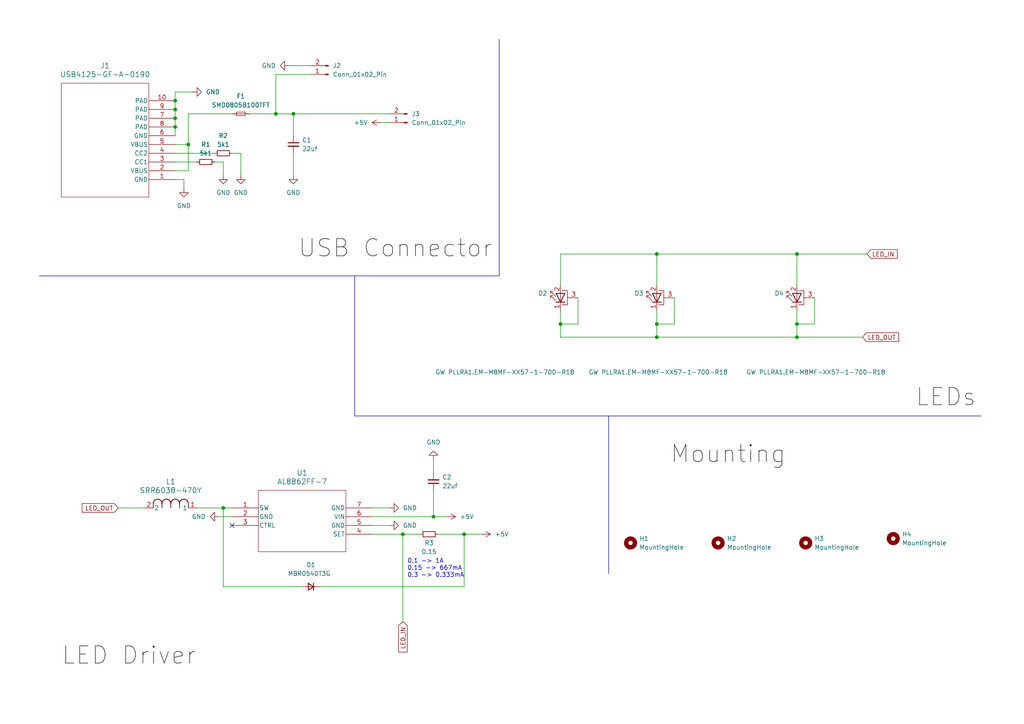
<source format=kicad_sch>
(kicad_sch (version 20230121) (generator eeschema)
  (paper "A4")
  (lib_symbols
    (symbol "AMU-Connectors:USB4125-GF-A-0190" (pin_names (offset 0.254))
      (property "Reference" "J" (at 20.32 10.16 0))
      (property "Value" "USB4125-GF-A-0190" (at 20.32 7.62 0))
      (symbol "USB4125-GF-A-0190_0_1"
        (polyline (pts (xy 7.62 -27.94) (xy 33.02 -27.94)) (stroke (width 0.127)))
        (polyline (pts (xy 7.62 5.08) (xy 7.62 -27.94)) (stroke (width 0.127)))
        (polyline (pts (xy 33.02 -27.94) (xy 33.02 5.08)) (stroke (width 0.127)))
        (polyline (pts (xy 33.02 5.08) (xy 7.62 5.08)) (stroke (width 0.127)))
      )
      (symbol "USB4125-GF-A-0190_1_1"
        (pin power_in line (at 0 0 0) (length 7.62) (name "GND") (number "1"))
        (pin power_in line (at 0 -22.86 0) (length 7.62) (name "PAD") (number "10"))
        (pin power_in line (at 0 -2.54 0) (length 7.62) (name "VBUS") (number "2"))
        (pin open_emitter line (at 0 -5.08 0) (length 7.62) (name "CC1") (number "3"))
        (pin open_emitter line (at 0 -7.62 0) (length 7.62) (name "CC2") (number "4"))
        (pin power_in line (at 0 -10.16 0) (length 7.62) (name "VBUS") (number "5"))
        (pin power_in line (at 0 -12.7 0) (length 7.62) (name "GND") (number "6"))
        (pin power_in line (at 0 -17.78 0) (length 7.62) (name "PAD") (number "7"))
        (pin power_in line (at 0 -15.24 0) (length 7.62) (name "PAD") (number "8"))
        (pin power_in line (at 0 -20.32 0) (length 7.62) (name "PAD") (number "9"))
      )
    )
    (symbol "AMU-Other:AL8862FF-7" (pin_names (offset 0.254))
      (property "Reference" "U" (at 20.32 10.16 0))
      (property "Value" "AL8862FF-7" (at 20.32 7.62 0))
      (symbol "AL8862FF-7_1_1"
        (polyline (pts (xy 7.62 -12.7) (xy 33.02 -12.7)) (stroke (width 0.127)))
        (polyline (pts (xy 7.62 5.08) (xy 7.62 -12.7)) (stroke (width 0.127)))
        (polyline (pts (xy 33.02 -12.7) (xy 33.02 5.08)) (stroke (width 0.127)))
        (polyline (pts (xy 33.02 5.08) (xy 7.62 5.08)) (stroke (width 0.127)))
        (pin unspecified line (at 0 0 0) (length 7.62) (name "SW") (number "1"))
        (pin power_out line (at 0 -2.54 0) (length 7.62) (name "GND") (number "2"))
        (pin unspecified line (at 0 -5.08 0) (length 7.62) (name "CTRL") (number "3"))
        (pin unspecified line (at 40.64 -7.62 180) (length 7.62) (name "SET") (number "4"))
        (pin power_out line (at 40.64 -5.08 180) (length 7.62) (name "GND") (number "5"))
        (pin power_in line (at 40.64 -2.54 180) (length 7.62) (name "VIN") (number "6"))
        (pin power_out line (at 40.64 0 180) (length 7.62) (name "GND") (number "7"))
      )
    )
    (symbol "AMU-Other:SRR6038-470Y" (pin_names (offset 0.254))
      (property "Reference" "L" (at 6.985 5.08 0))
      (property "Value" "SRR6038-470Y" (at 6.985 -2.54 0))
      (symbol "SRR6038-470Y_1_1"
        (polyline (pts (xy 2.54 0) (xy 2.54 1.27)) (stroke (width 0.2032)))
        (polyline (pts (xy 5.08 0) (xy 5.08 1.27)) (stroke (width 0.2032)))
        (polyline (pts (xy 7.62 0) (xy 7.62 1.27)) (stroke (width 0.2032)))
        (polyline (pts (xy 10.16 0) (xy 10.16 1.27)) (stroke (width 0.2032)))
        (polyline (pts (xy 12.7 0) (xy 12.7 1.27)) (stroke (width 0.2032)))
        (arc (start 5.08 1.27) (mid 3.81 2.5345) (end 2.54 1.27) (stroke (width 0.254)))
        (arc (start 7.62 1.27) (mid 6.35 2.5345) (end 5.08 1.27) (stroke (width 0.254)))
        (arc (start 10.16 1.27) (mid 8.89 2.5345) (end 7.62 1.27) (stroke (width 0.254)))
        (arc (start 12.7 1.27) (mid 11.43 2.5345) (end 10.16 1.27) (stroke (width 0.254)))
        (pin unspecified line (at 15.24 0 180) (length 2.54) (name "1") (number "1"))
        (pin unspecified line (at 0 0 0) (length 2.54) (name "2") (number "2"))
      )
    )
    (symbol "Connector:Conn_01x02_Pin" (pin_names (offset 1.016) hide)
      (property "Reference" "J" (at 0 2.54 0))
      (property "Value" "Conn_01x02_Pin" (at 0 -5.08 0))
      (symbol "Conn_01x02_Pin_1_1"
        (polyline (pts (xy 1.27 -2.54) (xy 0.8636 -2.54)) (stroke (width 0.1524)))
        (polyline (pts (xy 1.27 0) (xy 0.8636 0)) (stroke (width 0.1524)))
        (rectangle (start 0.8636 -2.413) (end 0 -2.667) (stroke (width 0.1524)) (fill (type outline)))
        (rectangle (start 0.8636 0.127) (end 0 -0.127) (stroke (width 0.1524)) (fill (type outline)))
        (pin passive line (at 5.08 0 180) (length 3.81) (name "Pin_1") (number "1"))
        (pin passive line (at 5.08 -2.54 180) (length 3.81) (name "Pin_2") (number "2"))
      )
    )
    (symbol "Device:C_Small" (pin_numbers hide) (pin_names (offset 0.254) hide)
      (property "Reference" "C" (at 0.254 1.778 0))
      (property "Value" "C_Small" (at 0.254 -2.032 0))
      (symbol "C_Small_0_1"
        (polyline (pts (xy -1.524 -0.508) (xy 1.524 -0.508)) (stroke (width 0.3302)))
        (polyline (pts (xy -1.524 0.508) (xy 1.524 0.508)) (stroke (width 0.3048)))
      )
      (symbol "C_Small_1_1"
        (pin passive line (at 0 2.54 270) (length 2.032) (name "~") (number "1"))
        (pin passive line (at 0 -2.54 90) (length 2.032) (name "~") (number "2"))
      )
    )
    (symbol "Device:D_Small" (pin_numbers hide) (pin_names (offset 0.254) hide)
      (property "Reference" "D" (at -1.27 2.032 0))
      (property "Value" "D_Small" (at -3.81 -2.032 0))
      (symbol "D_Small_0_1"
        (polyline (pts (xy -0.762 -1.016) (xy -0.762 1.016)) (stroke (width 0.254)))
        (polyline (pts (xy -0.762 0) (xy 0.762 0)))
        (polyline (pts (xy 0.762 -1.016) (xy -0.762 0) (xy 0.762 1.016) (xy 0.762 -1.016)) (stroke (width 0.254)))
      )
      (symbol "D_Small_1_1"
        (pin passive line (at -2.54 0 0) (length 1.778) (name "K") (number "1"))
        (pin passive line (at 2.54 0 180) (length 1.778) (name "A") (number "2"))
      )
    )
    (symbol "Device:Fuse_Small" (pin_numbers hide) (pin_names (offset 0.254) hide)
      (property "Reference" "F" (at 0 -1.524 0))
      (property "Value" "Fuse_Small" (at 0 1.524 0))
      (symbol "Fuse_Small_0_1"
        (rectangle (start -1.27 0.508) (end 1.27 -0.508))
        (polyline (pts (xy -1.27 0) (xy 1.27 0)))
      )
      (symbol "Fuse_Small_1_1"
        (pin passive line (at -2.54 0 0) (length 1.27) (name "~") (number "1"))
        (pin passive line (at 2.54 0 180) (length 1.27) (name "~") (number "2"))
      )
    )
    (symbol "Device:LED_Pad" (pin_names (offset 1.016) hide)
      (property "Reference" "D" (at 0 5.715 0))
      (property "Value" "LED_Pad" (at 0 3.81 0))
      (symbol "LED_Pad_0_1"
        (polyline (pts (xy -1.27 -1.27) (xy -1.27 1.27)) (stroke (width 0.254)))
        (polyline (pts (xy -1.27 0) (xy 1.27 0)))
        (polyline (pts (xy 0 -2.54) (xy 0 -2.032)))
        (polyline (pts (xy -2.032 -0.508) (xy -2.032 -2.032) (xy 2.032 -2.032) (xy 2.032 -0.508)))
        (polyline (pts (xy 1.27 -1.27) (xy 1.27 1.27) (xy -1.27 0) (xy 1.27 -1.27)) (stroke (width 0.254)))
        (polyline (pts (xy -0.889 1.397) (xy 0.635 2.921) (xy -0.127 2.921) (xy 0.635 2.921) (xy 0.635 2.159)))
        (polyline (pts (xy 0.381 1.397) (xy 1.905 2.921) (xy 1.143 2.921) (xy 1.905 2.921) (xy 1.905 2.159)))
      )
      (symbol "LED_Pad_1_1"
        (pin passive line (at -3.81 0 0) (length 2.54) (name "K") (number "1"))
        (pin passive line (at 3.81 0 180) (length 2.54) (name "A") (number "2"))
        (pin passive line (at 0 -5.08 90) (length 2.54) (name "PAD") (number "3"))
      )
    )
    (symbol "Device:R_Small" (pin_numbers hide) (pin_names (offset 0.254) hide)
      (property "Reference" "R" (at 0.762 0.508 0))
      (property "Value" "R_Small" (at 0.762 -1.016 0))
      (symbol "R_Small_0_1"
        (rectangle (start -0.762 1.778) (end 0.762 -1.778) (stroke (width 0.2032)))
      )
      (symbol "R_Small_1_1"
        (pin passive line (at 0 2.54 270) (length 0.762) (name "~") (number "1"))
        (pin passive line (at 0 -2.54 90) (length 0.762) (name "~") (number "2"))
      )
    )
    (symbol "Mechanical:MountingHole" (pin_names (offset 1.016))
      (property "Reference" "H" (at 0 5.08 0))
      (property "Value" "MountingHole" (at 0 3.175 0))
      (symbol "MountingHole_0_1"
        (circle (center 0 0) (radius 1.27) (stroke (width 1.27)))
      )
    )
    (symbol "power:+5V" (power) (pin_names (offset 0))
      (property "Value" "+5V" (at 0 3.556 0))
      (symbol "+5V_0_1"
        (polyline (pts (xy -0.762 1.27) (xy 0 2.54)))
        (polyline (pts (xy 0 0) (xy 0 2.54)))
        (polyline (pts (xy 0 2.54) (xy 0.762 1.27)))
      )
      (symbol "+5V_1_1"
        (pin power_in line (at 0 0 90) (length 0) hide (name "+5V") (number "1"))
      )
    )
    (symbol "power:GND" (power) (pin_names (offset 0))
      (property "Value" "GND" (at 0 -3.81 0))
      (symbol "GND_0_1"
        (polyline (pts (xy 0 0) (xy 0 -1.27) (xy 1.27 -1.27) (xy 0 -2.54) (xy -1.27 -1.27) (xy 0 -1.27)))
      )
      (symbol "GND_1_1"
        (pin power_in line (at 0 0 270) (length 0) hide (name "GND") (number "1"))
      )
    )
  )
  (junction (at 231.14 97.79))
  (junction (at 54.61 41.91))
  (junction (at 50.8 31.75))
  (junction (at 231.14 73.66))
  (junction (at 80.01 33.02))
  (junction (at 190.5 73.66))
  (junction (at 134.62 154.94))
  (junction (at 190.5 93.98))
  (junction (at 50.8 29.21))
  (junction (at 50.8 36.83))
  (junction (at 50.8 34.29))
  (junction (at 125.73 149.86))
  (junction (at 85.09 33.02))
  (junction (at 116.84 154.94))
  (junction (at 162.56 93.98))
  (junction (at 190.5 97.79))
  (junction (at 64.77 147.32))
  (junction (at 231.14 93.98))
  (no_connect (at 67.31 152.4))
  (wire (pts (xy 110.49 35.56) (xy 113.03 35.56)))
  (wire (pts (xy 67.31 44.45) (xy 69.85 44.45)))
  (wire (pts (xy 63.5 149.86) (xy 67.31 149.86)))
  (wire (pts (xy 50.8 29.21) (xy 50.8 26.67)))
  (wire (pts (xy 50.8 46.99) (xy 57.15 46.99)))
  (polyline (pts (xy 144.78 11.43) (xy 144.78 80.01)))
  (wire (pts (xy 54.61 33.02) (xy 54.61 41.91)))
  (wire (pts (xy 64.77 170.18) (xy 64.77 147.32)))
  (wire (pts (xy 231.14 93.98) (xy 231.14 90.17)))
  (wire (pts (xy 107.95 152.4) (xy 113.03 152.4)))
  (polyline (pts (xy 176.53 120.65) (xy 176.53 166.37)))
  (wire (pts (xy 34.29 147.32) (xy 41.91 147.32)))
  (wire (pts (xy 162.56 73.66) (xy 162.56 82.55)))
  (wire (pts (xy 190.5 93.98) (xy 190.5 90.17)))
  (wire (pts (xy 231.14 73.66) (xy 251.46 73.66)))
  (wire (pts (xy 62.23 46.99) (xy 64.77 46.99)))
  (wire (pts (xy 80.01 21.59) (xy 80.01 33.02)))
  (wire (pts (xy 167.64 86.36) (xy 167.64 93.98)))
  (wire (pts (xy 162.56 93.98) (xy 162.56 90.17)))
  (wire (pts (xy 87.63 170.18) (xy 64.77 170.18)))
  (wire (pts (xy 107.95 154.94) (xy 116.84 154.94)))
  (wire (pts (xy 231.14 93.98) (xy 231.14 97.79)))
  (wire (pts (xy 125.73 142.24) (xy 125.73 149.86)))
  (wire (pts (xy 190.5 93.98) (xy 190.5 97.79)))
  (wire (pts (xy 64.77 147.32) (xy 67.31 147.32)))
  (wire (pts (xy 116.84 154.94) (xy 121.92 154.94)))
  (wire (pts (xy 85.09 33.02) (xy 113.03 33.02)))
  (wire (pts (xy 107.95 149.86) (xy 125.73 149.86)))
  (wire (pts (xy 195.58 86.36) (xy 195.58 93.98)))
  (wire (pts (xy 195.58 93.98) (xy 190.5 93.98)))
  (wire (pts (xy 85.09 44.45) (xy 85.09 50.8)))
  (polyline (pts (xy 102.87 120.65) (xy 284.48 120.65)))
  (wire (pts (xy 85.09 33.02) (xy 85.09 39.37)))
  (wire (pts (xy 83.82 19.05) (xy 90.17 19.05)))
  (wire (pts (xy 190.5 97.79) (xy 231.14 97.79)))
  (wire (pts (xy 50.8 52.07) (xy 53.34 52.07)))
  (wire (pts (xy 54.61 41.91) (xy 50.8 41.91)))
  (wire (pts (xy 162.56 73.66) (xy 190.5 73.66)))
  (wire (pts (xy 231.14 73.66) (xy 231.14 82.55)))
  (wire (pts (xy 116.84 154.94) (xy 116.84 180.34)))
  (polyline (pts (xy 102.87 80.01) (xy 102.87 120.65)))
  (wire (pts (xy 50.8 44.45) (xy 62.23 44.45)))
  (wire (pts (xy 92.71 170.18) (xy 134.62 170.18)))
  (wire (pts (xy 107.95 147.32) (xy 113.03 147.32)))
  (wire (pts (xy 231.14 97.79) (xy 250.19 97.79)))
  (wire (pts (xy 134.62 154.94) (xy 139.7 154.94)))
  (wire (pts (xy 125.73 149.86) (xy 129.54 149.86)))
  (wire (pts (xy 50.8 36.83) (xy 50.8 34.29)))
  (wire (pts (xy 50.8 34.29) (xy 50.8 31.75)))
  (wire (pts (xy 53.34 52.07) (xy 53.34 54.61)))
  (wire (pts (xy 162.56 93.98) (xy 162.56 97.79)))
  (wire (pts (xy 72.39 33.02) (xy 80.01 33.02)))
  (wire (pts (xy 54.61 49.53) (xy 54.61 41.91)))
  (wire (pts (xy 167.64 93.98) (xy 162.56 93.98)))
  (wire (pts (xy 50.8 26.67) (xy 55.88 26.67)))
  (wire (pts (xy 162.56 97.79) (xy 190.5 97.79)))
  (wire (pts (xy 64.77 46.99) (xy 64.77 50.8)))
  (wire (pts (xy 125.73 133.35) (xy 125.73 137.16)))
  (wire (pts (xy 134.62 170.18) (xy 134.62 154.94)))
  (wire (pts (xy 80.01 33.02) (xy 85.09 33.02)))
  (wire (pts (xy 69.85 44.45) (xy 69.85 50.8)))
  (polyline (pts (xy 11.43 80.01) (xy 144.78 80.01)))
  (wire (pts (xy 236.22 93.98) (xy 231.14 93.98)))
  (wire (pts (xy 67.31 33.02) (xy 54.61 33.02)))
  (wire (pts (xy 50.8 39.37) (xy 50.8 36.83)))
  (wire (pts (xy 236.22 86.36) (xy 236.22 93.98)))
  (wire (pts (xy 190.5 73.66) (xy 231.14 73.66)))
  (wire (pts (xy 50.8 31.75) (xy 50.8 29.21)))
  (wire (pts (xy 57.15 147.32) (xy 64.77 147.32)))
  (wire (pts (xy 90.17 21.59) (xy 80.01 21.59)))
  (wire (pts (xy 50.8 49.53) (xy 54.61 49.53)))
  (wire (pts (xy 190.5 73.66) (xy 190.5 82.55)))
  (wire (pts (xy 127 154.94) (xy 134.62 154.94)))
  (text "0.1 -> 1A\n0.15 -> 667mA\n0.3 -> 0.333mA" (at 118.11 167.64 0) (effects (font (size 1.27 1.27)) (justify left bottom)))
  (label "USB Connector" (at 86.36 76.2 0) (effects (font (size 5 5))))
  (label "Mounting" (at 194.31 135.89 0) (effects (font (size 5 5))))
  (label "LED Driver" (at 17.78 194.31 0) (effects (font (size 5 5))))
  (label "LEDs" (at 265.43 119.38 0) (effects (font (size 5 5))))
  (global_label "LED_OUT" (shape input) (at 34.29 147.32 180) (property "Intersheetrefs" "${INTERSHEET_REFS}" (effects hide)))
  (global_label "LED_OUT" (shape input) (at 250.19 97.79 0) (property "Intersheetrefs" "${INTERSHEET_REFS}" (effects hide)))
  (global_label "LED_IN" (shape input) (at 251.46 73.66 0) (property "Intersheetrefs" "${INTERSHEET_REFS}" (effects hide)))
  (global_label "LED_IN" (shape input) (at 116.84 180.34 270) (property "Intersheetrefs" "${INTERSHEET_REFS}" (effects hide)))
  (symbol (lib_id "Connector:Conn_01x02_Pin") (at 95.25 21.59 180) (unit 1)
    (property "Reference" "J2" (at 96.52 19.05 0) (effects (justify right)))
    (property "Value" "Conn_01x02_Pin" (at 96.52 21.59 0) (effects (justify right)))
    (property "Footprint" "Connector_JST:JST_PH_B2B-PH-K_1x02_P2.00mm_Vertical" (effects hide))
  )
  (symbol (lib_id "power:GND") (at 113.03 147.32 90) (unit 1)
    (property "Reference" "#PWR09" (effects hide))
    (property "Value" "GND" (at 116.84 147.32 90) (effects (justify right)))
  )
  (symbol (lib_id "Device:R_Small") (at 124.46 154.94 90) (unit 1)
    (property "Reference" "R3" (at 124.46 157.48 90))
    (property "Value" "0.15" (at 124.46 160.02 90))
    (property "Footprint" "Resistor_SMD:R_0603_1608Metric" (effects hide))
  )
  (symbol (lib_id "AMU-Connectors:USB4125-GF-A-0190") (at 50.8 52.07 180) (unit 1)
    (property "Reference" "J1" (at 30.48 19.05 0) (effects (font (size 1.524 1.524))))
    (property "Value" "USB4125-GF-A-0190" (at 30.48 21.59 0) (effects (font (size 1.524 1.524))))
    (property "Footprint" "AMU-Connectors:CONN6_125-GF-A-0190_GCT" (effects hide))
    (property "Datasheet" "USB4125-GF-A-0190" (effects hide))
  )
  (symbol (lib_id "Device:D_Small") (at 90.17 170.18 180) (unit 1)
    (property "Reference" "D1" (at 90.17 163.83 0))
    (property "Value" "MBR0540T3G " (at 90.17 166.37 0))
    (property "Footprint" "AMU-Diodes:SOD-123_ONS" (effects hide))
    (property "Sim.Device" "D" (effects hide))
    (property "Sim.Pins" "1=K 2=A" (effects hide))
  )
  (symbol (lib_id "power:GND") (at 55.88 26.67 90) (unit 1)
    (property "Reference" "#PWR02" (effects hide))
    (property "Value" "GND" (at 59.69 26.67 90) (effects (justify right)))
  )
  (symbol (lib_id "Device:LED_Pad") (at 231.14 86.36 90) (unit 1)
    (property "Reference" "D4" (at 227.33 85.09 90) (effects (justify left)))
    (property "Value" "GW PLLRA1.EM-M8MF-XX57-1-700-R18 " (at 257.81 107.95 90) (effects (justify left)))
    (property "Footprint" "AMU-Diodes:GWPLLRA1.EM" (effects hide))
  )
  (symbol (lib_id "power:GND") (at 53.34 54.61 0) (unit 1)
    (property "Reference" "#PWR01" (effects hide))
    (property "Value" "GND" (at 53.34 59.69 0))
  )
  (symbol (lib_id "power:GND") (at 64.77 50.8 0) (unit 1)
    (property "Reference" "#PWR03" (effects hide))
    (property "Value" "GND" (at 64.77 55.88 0))
  )
  (symbol (lib_id "Device:R_Small") (at 59.69 46.99 270) (unit 1)
    (property "Reference" "R1" (at 59.69 41.91 90))
    (property "Value" "5k1" (at 59.69 44.45 90))
    (property "Footprint" "AMU-Resistors:ERJ6G_PAN" (effects hide))
  )
  (symbol (lib_id "Device:R_Small") (at 64.77 44.45 270) (unit 1)
    (property "Reference" "R2" (at 64.77 39.37 90))
    (property "Value" "5k1" (at 64.77 41.91 90))
    (property "Footprint" "AMU-Resistors:ERJ6G_PAN" (effects hide))
  )
  (symbol (lib_id "power:GND") (at 125.73 133.35 180) (unit 1)
    (property "Reference" "#PWR011" (effects hide))
    (property "Value" "GND" (at 125.73 128.27 0))
  )
  (symbol (lib_id "power:GND") (at 85.09 50.8 0) (unit 1)
    (property "Reference" "#PWR07" (effects hide))
    (property "Value" "GND" (at 85.09 55.88 0))
  )
  (symbol (lib_id "power:+5V") (at 129.54 149.86 270) (unit 1)
    (property "Reference" "#PWR012" (effects hide))
    (property "Value" "+5V" (at 133.35 149.86 90) (effects (justify left)))
  )
  (symbol (lib_id "Device:Fuse_Small") (at 69.85 33.02 0) (unit 1)
    (property "Reference" "F1" (at 69.85 27.94 0))
    (property "Value" "SMD0805B100TFT" (at 69.85 30.48 0))
    (property "Footprint" "Fuse:Fuse_0805_2012Metric" (effects hide))
  )
  (symbol (lib_id "Mechanical:MountingHole") (at 259.08 156.21 0) (unit 1)
    (property "Reference" "H4" (at 261.62 154.94 0) (effects (justify left)))
    (property "Value" "MountingHole" (at 261.62 157.48 0) (effects (justify left)))
    (property "Footprint" "MountingHole:MountingHole_2.2mm_M2_DIN965_Pad" (effects hide))
  )
  (symbol (lib_id "Mechanical:MountingHole") (at 182.88 157.48 0) (unit 1)
    (property "Reference" "H1" (at 185.42 156.21 0) (effects (justify left)))
    (property "Value" "MountingHole" (at 185.42 158.75 0) (effects (justify left)))
    (property "Footprint" "MountingHole:MountingHole_2.2mm_M2_DIN965_Pad" (effects hide))
  )
  (symbol (lib_id "Mechanical:MountingHole") (at 208.28 157.48 0) (unit 1)
    (property "Reference" "H2" (at 210.82 156.21 0) (effects (justify left)))
    (property "Value" "MountingHole" (at 210.82 158.75 0) (effects (justify left)))
    (property "Footprint" "MountingHole:MountingHole_2.2mm_M2_DIN965_Pad" (effects hide))
  )
  (symbol (lib_id "Mechanical:MountingHole") (at 233.68 157.48 0) (unit 1)
    (property "Reference" "H3" (at 236.22 156.21 0) (effects (justify left)))
    (property "Value" "MountingHole" (at 236.22 158.75 0) (effects (justify left)))
    (property "Footprint" "MountingHole:MountingHole_2.2mm_M2_DIN965_Pad" (effects hide))
  )
  (symbol (lib_id "Connector:Conn_01x02_Pin") (at 118.11 35.56 180) (unit 1)
    (property "Reference" "J3" (at 119.38 33.02 0) (effects (justify right)))
    (property "Value" "Conn_01x02_Pin" (at 119.38 35.56 0) (effects (justify right)))
    (property "Footprint" "Connector_JST:JST_PH_B2B-PH-K_1x02_P2.00mm_Vertical" (effects hide))
  )
  (symbol (lib_id "power:GND") (at 113.03 152.4 90) (unit 1)
    (property "Reference" "#PWR010" (effects hide))
    (property "Value" "GND" (at 116.84 152.4 90) (effects (justify right)))
  )
  (symbol (lib_id "power:GND") (at 69.85 50.8 0) (unit 1)
    (property "Reference" "#PWR04" (effects hide))
    (property "Value" "GND" (at 69.85 55.88 0))
  )
  (symbol (lib_id "Device:LED_Pad") (at 190.5 86.36 90) (unit 1)
    (property "Reference" "D3" (at 186.69 85.09 90) (effects (justify left)))
    (property "Value" "GW PLLRA1.EM-M8MF-XX57-1-700-R18 " (at 212.09 107.95 90) (effects (justify left)))
    (property "Footprint" "AMU-Diodes:GWPLLRA1.EM" (effects hide))
  )
  (symbol (lib_id "Device:LED_Pad") (at 162.56 86.36 90) (unit 1)
    (property "Reference" "D2" (at 158.75 85.09 90) (effects (justify left)))
    (property "Value" "GW PLLRA1.EM-M8MF-XX57-1-700-R18 " (at 167.64 107.95 90) (effects (justify left)))
    (property "Footprint" "AMU-Diodes:GWPLLRA1.EM" (effects hide))
  )
  (symbol (lib_id "power:+5V") (at 139.7 154.94 270) (unit 1)
    (property "Reference" "#PWR013" (effects hide))
    (property "Value" "+5V" (at 143.51 154.94 90) (effects (justify left)))
  )
  (symbol (lib_id "Device:C_Small") (at 125.73 139.7 180) (unit 1)
    (property "Reference" "C2" (at 128.27 138.4236 0) (effects (justify right)))
    (property "Value" "22uf" (at 128.27 140.9636 0) (effects (justify right)))
    (property "Footprint" "Capacitor_SMD:C_0805_2012Metric" (effects hide))
  )
  (symbol (lib_id "AMU-Other:SRR6038-470Y") (at 41.91 147.32 0) (unit 1)
    (property "Reference" "L1" (at 49.53 139.7 0) (effects (font (size 1.524 1.524))))
    (property "Value" "SRR6038-470Y" (at 49.53 142.24 0) (effects (font (size 1.524 1.524))))
    (property "Footprint" "AMU-Other:IND_BOURNS_SRR6038" (effects hide))
    (property "Datasheet" "https://www.farnell.com/datasheets/2547503.pdf" (effects hide))
  )
  (symbol (lib_id "Device:C_Small") (at 85.09 41.91 0) (unit 1)
    (property "Reference" "C1" (at 87.63 40.6463 0) (effects (justify left)))
    (property "Value" "22uf" (at 87.63 43.1863 0) (effects (justify left)))
    (property "Footprint" "Capacitor_SMD:C_0805_2012Metric" (effects hide))
  )
  (symbol (lib_id "power:+5V") (at 110.49 35.56 90) (unit 1)
    (property "Reference" "#PWR08" (effects hide))
    (property "Value" "+5V" (at 106.68 35.56 90) (effects (justify left)))
  )
  (symbol (lib_id "power:GND") (at 63.5 149.86 270) (unit 1)
    (property "Reference" "#PWR05" (effects hide))
    (property "Value" "GND" (at 59.69 149.86 90) (effects (justify right)))
  )
  (symbol (lib_id "power:GND") (at 83.82 19.05 270) (unit 1)
    (property "Reference" "#PWR06" (effects hide))
    (property "Value" "GND" (at 80.01 19.05 90) (effects (justify right)))
  )
  (symbol (lib_id "AMU-Other:AL8862FF-7") (at 67.31 147.32 0) (unit 1)
    (property "Reference" "U1" (at 87.63 137.16 0) (effects (font (size 1.524 1.524))))
    (property "Value" "AL8862FF-7" (at 87.63 139.7 0) (effects (font (size 1.524 1.524))))
    (property "Footprint" "AMU-Other:U-DFN3030-6_DIO" (effects hide))
    (property "Datasheet" "AL8862FF-7" (effects hide))
  )
)
</source>
